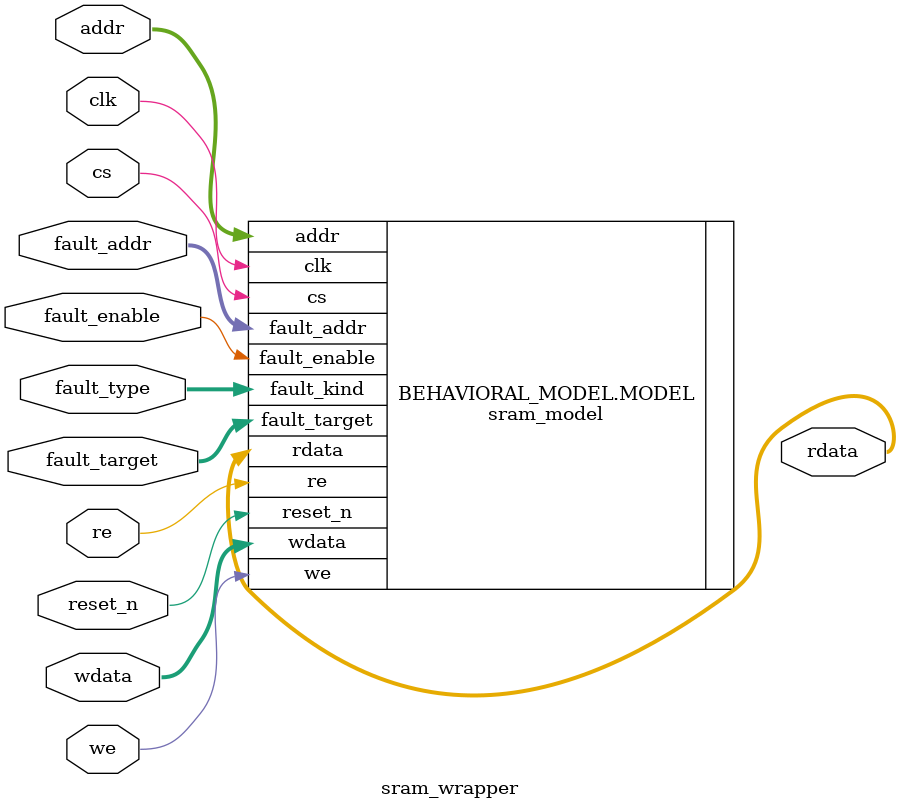
<source format=v>
`timescale 1ns/1ps

module sram_wrapper #(
    parameter USE_IP      = 0,            // 0=use behavioral model, 1=use FPGA IP
    parameter ADDR_WIDTH  = 8,
    parameter DATA_WIDTH  = 32,
    parameter READ_LATENCY = 1
)(
    input  wire                       clk,
    input  wire                       reset_n,
    input  wire                       cs,
    input  wire                       we,
    input  wire                       re,
    input  wire [ADDR_WIDTH-1:0]      addr,
    input  wire [DATA_WIDTH-1:0]      wdata,
    output wire [DATA_WIDTH-1:0]      rdata,


    input  wire                       fault_enable,
    input  wire [ADDR_WIDTH-1:0]      fault_addr,
    input  wire [2:0]                 fault_type,  
    input  wire [ADDR_WIDTH-1:0]      fault_target
);

generate
if (USE_IP == 1) begin : FPGA_IP
    // BRAM IP instantiation 
    assign rdata = 'h0;   
end else begin : BEHAVIORAL_MODEL
    sram_model #(
        .ADDR_WIDTH   (ADDR_WIDTH),
        .DATA_WIDTH   (DATA_WIDTH),
        .DEPTH        (1 << ADDR_WIDTH),
        .READ_LATENCY (READ_LATENCY)
    ) MODEL (
        .clk          (clk),
        .reset_n      (reset_n),
        .cs           (cs),
        .we           (we),
        .re           (re),
        .addr         (addr),
        .wdata        (wdata),
        .rdata        (rdata),     
        .fault_enable (fault_enable),
        .fault_addr   (fault_addr),
        .fault_kind   (fault_type),     
        .fault_target (fault_target)
    );

end
endgenerate

endmodule

</source>
